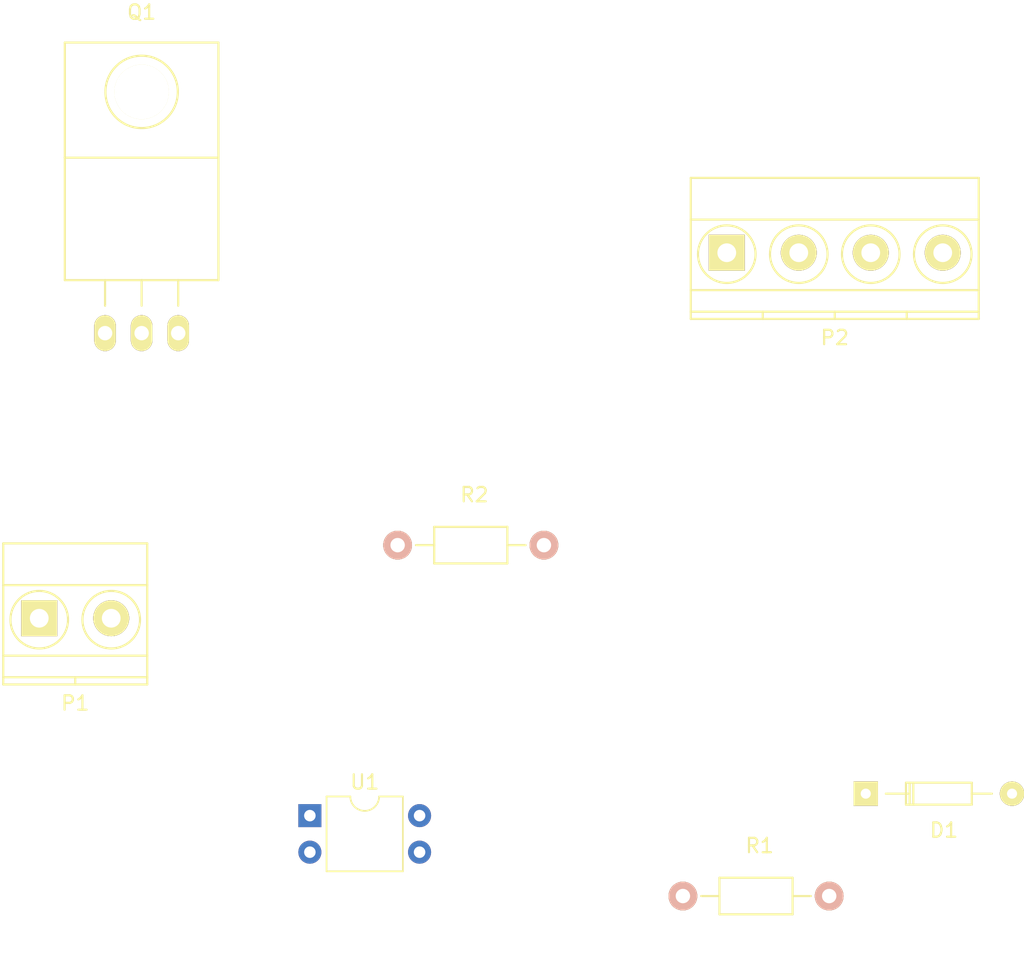
<source format=kicad_pcb>
(kicad_pcb (version 4) (host pcbnew 4.0.6)

  (general
    (links 12)
    (no_connects 12)
    (area 122.042999 66.1318 193.58215 133.409)
    (thickness 1.6)
    (drawings 0)
    (tracks 0)
    (zones 0)
    (modules 7)
    (nets 8)
  )

  (page A4)
  (layers
    (0 F.Cu signal)
    (31 B.Cu signal)
    (32 B.Adhes user)
    (33 F.Adhes user)
    (34 B.Paste user)
    (35 F.Paste user)
    (36 B.SilkS user)
    (37 F.SilkS user)
    (38 B.Mask user)
    (39 F.Mask user)
    (40 Dwgs.User user)
    (41 Cmts.User user)
    (42 Eco1.User user)
    (43 Eco2.User user)
    (44 Edge.Cuts user)
    (45 Margin user)
    (46 B.CrtYd user)
    (47 F.CrtYd user)
    (48 B.Fab user)
    (49 F.Fab user)
  )

  (setup
    (last_trace_width 0.25)
    (trace_clearance 0.2)
    (zone_clearance 0.508)
    (zone_45_only no)
    (trace_min 0.2)
    (segment_width 0.2)
    (edge_width 0.1)
    (via_size 0.6)
    (via_drill 0.4)
    (via_min_size 0.4)
    (via_min_drill 0.3)
    (uvia_size 0.3)
    (uvia_drill 0.1)
    (uvias_allowed no)
    (uvia_min_size 0.2)
    (uvia_min_drill 0.1)
    (pcb_text_width 0.3)
    (pcb_text_size 1.5 1.5)
    (mod_edge_width 0.15)
    (mod_text_size 1 1)
    (mod_text_width 0.15)
    (pad_size 1.5 1.5)
    (pad_drill 0.6)
    (pad_to_mask_clearance 0)
    (aux_axis_origin 0 0)
    (visible_elements FFFFFF7F)
    (pcbplotparams
      (layerselection 0x00030_80000001)
      (usegerberextensions false)
      (excludeedgelayer true)
      (linewidth 0.100000)
      (plotframeref false)
      (viasonmask false)
      (mode 1)
      (useauxorigin false)
      (hpglpennumber 1)
      (hpglpenspeed 20)
      (hpglpendiameter 15)
      (hpglpenoverlay 2)
      (psnegative false)
      (psa4output false)
      (plotreference true)
      (plotvalue true)
      (plotinvisibletext false)
      (padsonsilk false)
      (subtractmaskfromsilk false)
      (outputformat 1)
      (mirror false)
      (drillshape 1)
      (scaleselection 1)
      (outputdirectory ""))
  )

  (net 0 "")
  (net 1 MOTOR-)
  (net 2 MOTOR+)
  (net 3 GND_CTRL)
  (net 4 SIGNAL)
  (net 5 GND)
  (net 6 "Net-(Q1-Pad1)")
  (net 7 "Net-(R1-Pad1)")

  (net_class Default "Esta es la clase de red por defecto."
    (clearance 0.2)
    (trace_width 0.25)
    (via_dia 0.6)
    (via_drill 0.4)
    (uvia_dia 0.3)
    (uvia_drill 0.1)
    (add_net GND)
    (add_net GND_CTRL)
    (add_net MOTOR+)
    (add_net MOTOR-)
    (add_net "Net-(Q1-Pad1)")
    (add_net "Net-(R1-Pad1)")
    (add_net SIGNAL)
  )

  (module Diodes_ThroughHole:Diode_DO-35_SOD27_Horizontal_RM10 (layer F.Cu) (tedit 552FFC30) (tstamp 5B8C95F1)
    (at 182.372 121.412)
    (descr "Diode, DO-35,  SOD27, Horizontal, RM 10mm")
    (tags "Diode, DO-35, SOD27, Horizontal, RM 10mm, 1N4148,")
    (path /576ACAE7)
    (fp_text reference D1 (at 5.43052 2.53746) (layer F.SilkS)
      (effects (font (size 1 1) (thickness 0.15)))
    )
    (fp_text value D (at 4.41452 -3.55854) (layer F.Fab)
      (effects (font (size 1 1) (thickness 0.15)))
    )
    (fp_line (start 7.36652 -0.00254) (end 8.76352 -0.00254) (layer F.SilkS) (width 0.15))
    (fp_line (start 2.92152 -0.00254) (end 1.39752 -0.00254) (layer F.SilkS) (width 0.15))
    (fp_line (start 3.30252 -0.76454) (end 3.30252 0.75946) (layer F.SilkS) (width 0.15))
    (fp_line (start 3.04852 -0.76454) (end 3.04852 0.75946) (layer F.SilkS) (width 0.15))
    (fp_line (start 2.79452 -0.00254) (end 2.79452 0.75946) (layer F.SilkS) (width 0.15))
    (fp_line (start 2.79452 0.75946) (end 7.36652 0.75946) (layer F.SilkS) (width 0.15))
    (fp_line (start 7.36652 0.75946) (end 7.36652 -0.76454) (layer F.SilkS) (width 0.15))
    (fp_line (start 7.36652 -0.76454) (end 2.79452 -0.76454) (layer F.SilkS) (width 0.15))
    (fp_line (start 2.79452 -0.76454) (end 2.79452 -0.00254) (layer F.SilkS) (width 0.15))
    (pad 2 thru_hole circle (at 10.16052 -0.00254 180) (size 1.69926 1.69926) (drill 0.70104) (layers *.Cu *.Mask F.SilkS)
      (net 1 MOTOR-))
    (pad 1 thru_hole rect (at 0.00052 -0.00254 180) (size 1.69926 1.69926) (drill 0.70104) (layers *.Cu *.Mask F.SilkS)
      (net 2 MOTOR+))
    (model Diodes_ThroughHole.3dshapes/Diode_DO-35_SOD27_Horizontal_RM10.wrl
      (at (xyz 0.2 0 0))
      (scale (xyz 0.4 0.4 0.4))
      (rotate (xyz 0 0 180))
    )
  )

  (module Terminal_Blocks:TerminalBlock_Pheonix_MKDS1.5-2pol (layer F.Cu) (tedit 563007E4) (tstamp 5B8C9605)
    (at 124.968 109.22)
    (descr "2-way 5mm pitch terminal block, Phoenix MKDS series")
    (path /576AE373)
    (fp_text reference P1 (at 2.5 5.9) (layer F.SilkS)
      (effects (font (size 1 1) (thickness 0.15)))
    )
    (fp_text value CONN_01X02 (at 2.5 -6.6) (layer F.Fab)
      (effects (font (size 1 1) (thickness 0.15)))
    )
    (fp_line (start -2.7 -5.4) (end 7.7 -5.4) (layer F.CrtYd) (width 0.05))
    (fp_line (start -2.7 4.8) (end -2.7 -5.4) (layer F.CrtYd) (width 0.05))
    (fp_line (start 7.7 4.8) (end -2.7 4.8) (layer F.CrtYd) (width 0.05))
    (fp_line (start 7.7 -5.4) (end 7.7 4.8) (layer F.CrtYd) (width 0.05))
    (fp_line (start 2.5 4.1) (end 2.5 4.6) (layer F.SilkS) (width 0.15))
    (fp_circle (center 5 0.1) (end 3 0.1) (layer F.SilkS) (width 0.15))
    (fp_circle (center 0 0.1) (end 2 0.1) (layer F.SilkS) (width 0.15))
    (fp_line (start -2.5 2.6) (end 7.5 2.6) (layer F.SilkS) (width 0.15))
    (fp_line (start -2.5 -2.3) (end 7.5 -2.3) (layer F.SilkS) (width 0.15))
    (fp_line (start -2.5 4.1) (end 7.5 4.1) (layer F.SilkS) (width 0.15))
    (fp_line (start -2.5 4.6) (end 7.5 4.6) (layer F.SilkS) (width 0.15))
    (fp_line (start 7.5 4.6) (end 7.5 -5.2) (layer F.SilkS) (width 0.15))
    (fp_line (start 7.5 -5.2) (end -2.5 -5.2) (layer F.SilkS) (width 0.15))
    (fp_line (start -2.5 -5.2) (end -2.5 4.6) (layer F.SilkS) (width 0.15))
    (pad 1 thru_hole rect (at 0 0) (size 2.5 2.5) (drill 1.3) (layers *.Cu *.Mask F.SilkS)
      (net 3 GND_CTRL))
    (pad 2 thru_hole circle (at 5 0) (size 2.5 2.5) (drill 1.3) (layers *.Cu *.Mask F.SilkS)
      (net 4 SIGNAL))
    (model Terminal_Blocks.3dshapes/TerminalBlock_Pheonix_MKDS1.5-2pol.wrl
      (at (xyz 0.0984 0 0))
      (scale (xyz 1 1 1))
      (rotate (xyz 0 0 0))
    )
  )

  (module Terminal_Blocks:TerminalBlock_Pheonix_MKDS1.5-4pol (layer F.Cu) (tedit 56300847) (tstamp 5B8C961F)
    (at 172.72 83.82)
    (descr "4-way 5mm pitch terminal block, Phoenix MKDS series")
    (path /576B05B1)
    (fp_text reference P2 (at 7.5 5.9) (layer F.SilkS)
      (effects (font (size 1 1) (thickness 0.15)))
    )
    (fp_text value CONN_01X04 (at 7.5 -6.6) (layer F.Fab)
      (effects (font (size 1 1) (thickness 0.15)))
    )
    (fp_line (start -2.7 -5.4) (end 17.7 -5.4) (layer F.CrtYd) (width 0.05))
    (fp_line (start -2.7 4.8) (end -2.7 -5.4) (layer F.CrtYd) (width 0.05))
    (fp_line (start 17.7 4.8) (end -2.7 4.8) (layer F.CrtYd) (width 0.05))
    (fp_line (start 17.7 -5.4) (end 17.7 4.8) (layer F.CrtYd) (width 0.05))
    (fp_line (start 12.5 4.1) (end 12.5 4.6) (layer F.SilkS) (width 0.15))
    (fp_circle (center 15 0.1) (end 13 0.1) (layer F.SilkS) (width 0.15))
    (fp_circle (center 10 0.1) (end 8 0.1) (layer F.SilkS) (width 0.15))
    (fp_line (start 7.5 4.1) (end 7.5 4.6) (layer F.SilkS) (width 0.15))
    (fp_line (start 2.5 4.1) (end 2.5 4.6) (layer F.SilkS) (width 0.15))
    (fp_circle (center 5 0.1) (end 3 0.1) (layer F.SilkS) (width 0.15))
    (fp_circle (center 0 0.1) (end 2 0.1) (layer F.SilkS) (width 0.15))
    (fp_line (start -2.5 2.6) (end 17.5 2.6) (layer F.SilkS) (width 0.15))
    (fp_line (start -2.5 -2.3) (end 17.5 -2.3) (layer F.SilkS) (width 0.15))
    (fp_line (start -2.5 4.1) (end 17.5 4.1) (layer F.SilkS) (width 0.15))
    (fp_line (start -2.5 4.6) (end 17.5 4.6) (layer F.SilkS) (width 0.15))
    (fp_line (start 17.5 4.6) (end 17.5 -5.2) (layer F.SilkS) (width 0.15))
    (fp_line (start 17.5 -5.2) (end -2.5 -5.2) (layer F.SilkS) (width 0.15))
    (fp_line (start -2.5 -5.2) (end -2.5 4.6) (layer F.SilkS) (width 0.15))
    (pad 4 thru_hole circle (at 15 0) (size 2.5 2.5) (drill 1.3) (layers *.Cu *.Mask F.SilkS)
      (net 1 MOTOR-))
    (pad 3 thru_hole circle (at 10 0) (size 2.5 2.5) (drill 1.3) (layers *.Cu *.Mask F.SilkS)
      (net 2 MOTOR+))
    (pad 1 thru_hole rect (at 0 0) (size 2.5 2.5) (drill 1.3) (layers *.Cu *.Mask F.SilkS)
      (net 2 MOTOR+))
    (pad 2 thru_hole circle (at 5 0) (size 2.5 2.5) (drill 1.3) (layers *.Cu *.Mask F.SilkS)
      (net 5 GND))
    (model Terminal_Blocks.3dshapes/TerminalBlock_Pheonix_MKDS1.5-4pol.wrl
      (at (xyz 0.2953 0 0))
      (scale (xyz 1 1 1))
      (rotate (xyz 0 0 0))
    )
  )

  (module TO_SOT_Packages_THT:TO-220_Neutral123_Horizontal (layer F.Cu) (tedit 0) (tstamp 5B8C9633)
    (at 132.08 89.408)
    (descr "TO-220, Neutral, Horizontal,")
    (tags "TO-220, Neutral, Horizontal,")
    (path /576ACB5C)
    (fp_text reference Q1 (at 0 -22.3012) (layer F.SilkS)
      (effects (font (size 1 1) (thickness 0.15)))
    )
    (fp_text value IRF540N (at -0.29972 3.44932) (layer F.Fab)
      (effects (font (size 1 1) (thickness 0.15)))
    )
    (fp_circle (center 0 -16.764) (end 1.778 -14.986) (layer F.SilkS) (width 0.15))
    (fp_line (start -2.54 -3.683) (end -2.54 -1.905) (layer F.SilkS) (width 0.15))
    (fp_line (start 0 -3.683) (end 0 -1.905) (layer F.SilkS) (width 0.15))
    (fp_line (start 2.54 -3.683) (end 2.54 -1.905) (layer F.SilkS) (width 0.15))
    (fp_line (start 5.334 -12.192) (end 5.334 -20.193) (layer F.SilkS) (width 0.15))
    (fp_line (start 5.334 -20.193) (end -5.334 -20.193) (layer F.SilkS) (width 0.15))
    (fp_line (start -5.334 -20.193) (end -5.334 -12.192) (layer F.SilkS) (width 0.15))
    (fp_line (start 5.334 -3.683) (end 5.334 -12.192) (layer F.SilkS) (width 0.15))
    (fp_line (start 5.334 -12.192) (end -5.334 -12.192) (layer F.SilkS) (width 0.15))
    (fp_line (start -5.334 -12.192) (end -5.334 -3.683) (layer F.SilkS) (width 0.15))
    (fp_line (start 0 -3.683) (end -5.334 -3.683) (layer F.SilkS) (width 0.15))
    (fp_line (start 0 -3.683) (end 5.334 -3.683) (layer F.SilkS) (width 0.15))
    (pad 2 thru_hole oval (at 0 0 90) (size 2.49936 1.50114) (drill 1.00076) (layers *.Cu *.Mask F.SilkS)
      (net 1 MOTOR-))
    (pad 1 thru_hole oval (at -2.54 0 90) (size 2.49936 1.50114) (drill 1.00076) (layers *.Cu *.Mask F.SilkS)
      (net 6 "Net-(Q1-Pad1)"))
    (pad 3 thru_hole oval (at 2.54 0 90) (size 2.49936 1.50114) (drill 1.00076) (layers *.Cu *.Mask F.SilkS)
      (net 5 GND))
    (pad "" np_thru_hole circle (at 0 -16.764 90) (size 3.79984 3.79984) (drill 3.79984) (layers *.Cu *.Mask F.SilkS))
    (model TO_SOT_Packages_THT.3dshapes/TO-220_Neutral123_Horizontal.wrl
      (at (xyz 0 0 0))
      (scale (xyz 0.3937 0.3937 0.3937))
      (rotate (xyz 0 0 0))
    )
  )

  (module Resistors_ThroughHole:Resistor_Horizontal_RM10mm (layer F.Cu) (tedit 56648415) (tstamp 5B8C9643)
    (at 169.672 128.524)
    (descr "Resistor, Axial,  RM 10mm, 1/3W")
    (tags "Resistor Axial RM 10mm 1/3W")
    (path /576AAD86)
    (fp_text reference R1 (at 5.32892 -3.50012) (layer F.SilkS)
      (effects (font (size 1 1) (thickness 0.15)))
    )
    (fp_text value 470 (at 5.08 3.81) (layer F.Fab)
      (effects (font (size 1 1) (thickness 0.15)))
    )
    (fp_line (start -1.25 -1.5) (end 11.4 -1.5) (layer F.CrtYd) (width 0.05))
    (fp_line (start -1.25 1.5) (end -1.25 -1.5) (layer F.CrtYd) (width 0.05))
    (fp_line (start 11.4 -1.5) (end 11.4 1.5) (layer F.CrtYd) (width 0.05))
    (fp_line (start -1.25 1.5) (end 11.4 1.5) (layer F.CrtYd) (width 0.05))
    (fp_line (start 2.54 -1.27) (end 7.62 -1.27) (layer F.SilkS) (width 0.15))
    (fp_line (start 7.62 -1.27) (end 7.62 1.27) (layer F.SilkS) (width 0.15))
    (fp_line (start 7.62 1.27) (end 2.54 1.27) (layer F.SilkS) (width 0.15))
    (fp_line (start 2.54 1.27) (end 2.54 -1.27) (layer F.SilkS) (width 0.15))
    (fp_line (start 2.54 0) (end 1.27 0) (layer F.SilkS) (width 0.15))
    (fp_line (start 7.62 0) (end 8.89 0) (layer F.SilkS) (width 0.15))
    (pad 1 thru_hole circle (at 0 0) (size 1.99898 1.99898) (drill 1.00076) (layers *.Cu *.SilkS *.Mask)
      (net 7 "Net-(R1-Pad1)"))
    (pad 2 thru_hole circle (at 10.16 0) (size 1.99898 1.99898) (drill 1.00076) (layers *.Cu *.SilkS *.Mask)
      (net 3 GND_CTRL))
    (model Resistors_ThroughHole.3dshapes/Resistor_Horizontal_RM10mm.wrl
      (at (xyz 0.2 0 0))
      (scale (xyz 0.4 0.4 0.4))
      (rotate (xyz 0 0 0))
    )
  )

  (module Resistors_ThroughHole:Resistor_Horizontal_RM10mm (layer F.Cu) (tedit 56648415) (tstamp 5B8C9653)
    (at 149.86 104.14)
    (descr "Resistor, Axial,  RM 10mm, 1/3W")
    (tags "Resistor Axial RM 10mm 1/3W")
    (path /576ACC33)
    (fp_text reference R2 (at 5.32892 -3.50012) (layer F.SilkS)
      (effects (font (size 1 1) (thickness 0.15)))
    )
    (fp_text value 10K (at 5.08 3.81) (layer F.Fab)
      (effects (font (size 1 1) (thickness 0.15)))
    )
    (fp_line (start -1.25 -1.5) (end 11.4 -1.5) (layer F.CrtYd) (width 0.05))
    (fp_line (start -1.25 1.5) (end -1.25 -1.5) (layer F.CrtYd) (width 0.05))
    (fp_line (start 11.4 -1.5) (end 11.4 1.5) (layer F.CrtYd) (width 0.05))
    (fp_line (start -1.25 1.5) (end 11.4 1.5) (layer F.CrtYd) (width 0.05))
    (fp_line (start 2.54 -1.27) (end 7.62 -1.27) (layer F.SilkS) (width 0.15))
    (fp_line (start 7.62 -1.27) (end 7.62 1.27) (layer F.SilkS) (width 0.15))
    (fp_line (start 7.62 1.27) (end 2.54 1.27) (layer F.SilkS) (width 0.15))
    (fp_line (start 2.54 1.27) (end 2.54 -1.27) (layer F.SilkS) (width 0.15))
    (fp_line (start 2.54 0) (end 1.27 0) (layer F.SilkS) (width 0.15))
    (fp_line (start 7.62 0) (end 8.89 0) (layer F.SilkS) (width 0.15))
    (pad 1 thru_hole circle (at 0 0) (size 1.99898 1.99898) (drill 1.00076) (layers *.Cu *.SilkS *.Mask)
      (net 6 "Net-(Q1-Pad1)"))
    (pad 2 thru_hole circle (at 10.16 0) (size 1.99898 1.99898) (drill 1.00076) (layers *.Cu *.SilkS *.Mask)
      (net 5 GND))
    (model Resistors_ThroughHole.3dshapes/Resistor_Horizontal_RM10mm.wrl
      (at (xyz 0.2 0 0))
      (scale (xyz 0.4 0.4 0.4))
      (rotate (xyz 0 0 0))
    )
  )

  (module Housings_DIP:DIP-4_W7.62mm (layer F.Cu) (tedit 59C78D6B) (tstamp 5B8C966B)
    (at 143.764 122.936)
    (descr "4-lead though-hole mounted DIP package, row spacing 7.62 mm (300 mils)")
    (tags "THT DIP DIL PDIP 2.54mm 7.62mm 300mil")
    (path /576AAC63)
    (fp_text reference U1 (at 3.81 -2.33) (layer F.SilkS)
      (effects (font (size 1 1) (thickness 0.15)))
    )
    (fp_text value PC817 (at 3.81 4.87) (layer F.Fab)
      (effects (font (size 1 1) (thickness 0.15)))
    )
    (fp_arc (start 3.81 -1.33) (end 2.81 -1.33) (angle -180) (layer F.SilkS) (width 0.12))
    (fp_line (start 1.635 -1.27) (end 6.985 -1.27) (layer F.Fab) (width 0.1))
    (fp_line (start 6.985 -1.27) (end 6.985 3.81) (layer F.Fab) (width 0.1))
    (fp_line (start 6.985 3.81) (end 0.635 3.81) (layer F.Fab) (width 0.1))
    (fp_line (start 0.635 3.81) (end 0.635 -0.27) (layer F.Fab) (width 0.1))
    (fp_line (start 0.635 -0.27) (end 1.635 -1.27) (layer F.Fab) (width 0.1))
    (fp_line (start 2.81 -1.33) (end 1.16 -1.33) (layer F.SilkS) (width 0.12))
    (fp_line (start 1.16 -1.33) (end 1.16 3.87) (layer F.SilkS) (width 0.12))
    (fp_line (start 1.16 3.87) (end 6.46 3.87) (layer F.SilkS) (width 0.12))
    (fp_line (start 6.46 3.87) (end 6.46 -1.33) (layer F.SilkS) (width 0.12))
    (fp_line (start 6.46 -1.33) (end 4.81 -1.33) (layer F.SilkS) (width 0.12))
    (fp_line (start -1.1 -1.55) (end -1.1 4.1) (layer F.CrtYd) (width 0.05))
    (fp_line (start -1.1 4.1) (end 8.7 4.1) (layer F.CrtYd) (width 0.05))
    (fp_line (start 8.7 4.1) (end 8.7 -1.55) (layer F.CrtYd) (width 0.05))
    (fp_line (start 8.7 -1.55) (end -1.1 -1.55) (layer F.CrtYd) (width 0.05))
    (fp_text user %R (at 3.81 1.27) (layer F.Fab)
      (effects (font (size 1 1) (thickness 0.15)))
    )
    (pad 1 thru_hole rect (at 0 0) (size 1.6 1.6) (drill 0.8) (layers *.Cu *.Mask)
      (net 4 SIGNAL))
    (pad 3 thru_hole oval (at 7.62 2.54) (size 1.6 1.6) (drill 0.8) (layers *.Cu *.Mask)
      (net 6 "Net-(Q1-Pad1)"))
    (pad 2 thru_hole oval (at 0 2.54) (size 1.6 1.6) (drill 0.8) (layers *.Cu *.Mask)
      (net 7 "Net-(R1-Pad1)"))
    (pad 4 thru_hole oval (at 7.62 0) (size 1.6 1.6) (drill 0.8) (layers *.Cu *.Mask)
      (net 2 MOTOR+))
    (model ${KISYS3DMOD}/Housings_DIP.3dshapes/DIP-4_W7.62mm.wrl
      (at (xyz 0 0 0))
      (scale (xyz 1 1 1))
      (rotate (xyz 0 0 0))
    )
  )

)

</source>
